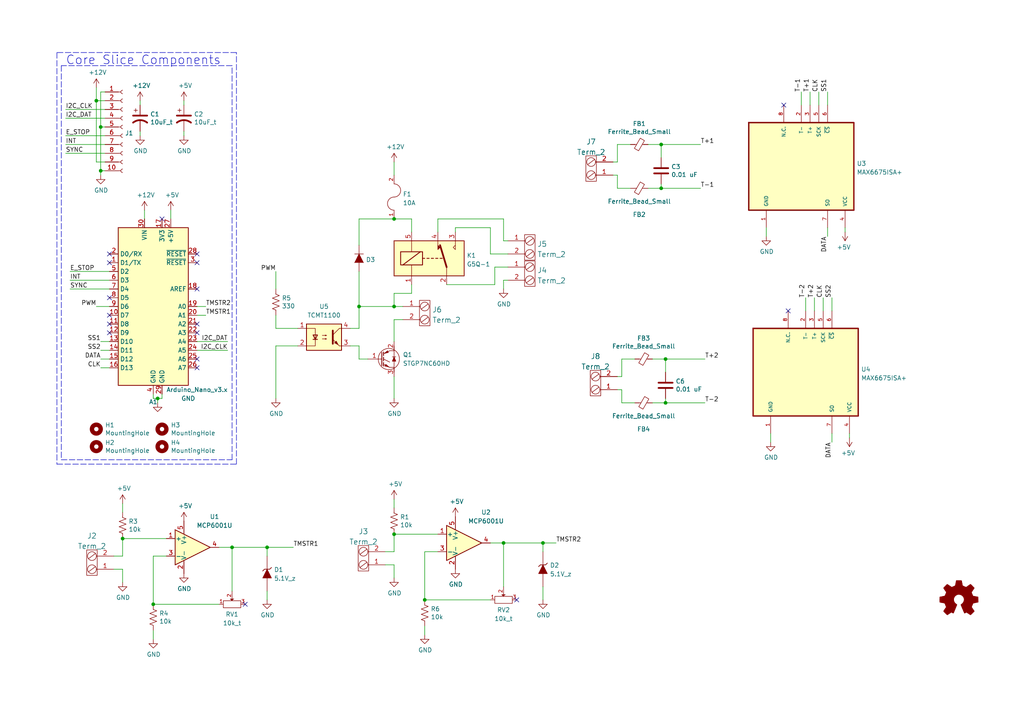
<source format=kicad_sch>
(kicad_sch (version 20211123) (generator eeschema)
  (paper "A4")
  (lib_symbols
    (symbol "Amplifier_Operational:MCP6001U" (pin_names (offset 0.127))
      (property "Reference" "U" (at 0 5.08 0))
      (property "Value" "MCP6001U" (at 0 -5.08 0))
      (symbol "MCP6001U_0_1"
        (pin power_in line (at -2.54 -7.62 90) (length 3.81) (name "V-") (number "2"))
        (pin power_in line (at -2.54 7.62 270) (length 3.81) (name "V+") (number "5"))
      )
      (symbol "MCP6001U_1_1"
        (pin input line (at -7.62 2.54 0) (length 2.54) (name "+") (number "1"))
        (pin input line (at -7.62 -2.54 0) (length 2.54) (name "-") (number "3"))
        (pin output line (at 7.62 0 180) (length 2.54) (name "~") (number "4"))
      )
    )
    (symbol "BREAD_Slice-rescue:10uF_t-OCI_UPL_2_Capacitors" (pin_numbers hide) (pin_names (offset 0.254) hide)
      (property "Reference" "C" (at 0.635 2.54 0))
      (property "Value" "10uF_t-OCI_UPL_2_Capacitors" (at 0.635 -2.54 0))
      (symbol "10uF_t-OCI_UPL_2_Capacitors_1_1"
        (pin passive line (at 0 3.81 270) (length 2.794) (name "~") (number "1"))
        (pin passive line (at 0 -3.81 90) (length 3.302) (name "~") (number "2"))
      )
    )
    (symbol "Connector:Conn_01x10_Female" (pin_names (offset 1.016) hide)
      (property "Reference" "J" (at 0 12.7 0))
      (property "Value" "Conn_01x10_Female" (at 0 -15.24 0))
      (symbol "Conn_01x10_Female_1_1"
        (pin passive line (at -5.08 10.16 0) (length 3.81) (name "Pin_1") (number "1"))
        (pin passive line (at -5.08 -12.7 0) (length 3.81) (name "Pin_10") (number "10"))
        (pin passive line (at -5.08 7.62 0) (length 3.81) (name "Pin_2") (number "2"))
        (pin passive line (at -5.08 5.08 0) (length 3.81) (name "Pin_3") (number "3"))
        (pin passive line (at -5.08 2.54 0) (length 3.81) (name "Pin_4") (number "4"))
        (pin passive line (at -5.08 0 0) (length 3.81) (name "Pin_5") (number "5"))
        (pin passive line (at -5.08 -2.54 0) (length 3.81) (name "Pin_6") (number "6"))
        (pin passive line (at -5.08 -5.08 0) (length 3.81) (name "Pin_7") (number "7"))
        (pin passive line (at -5.08 -7.62 0) (length 3.81) (name "Pin_8") (number "8"))
        (pin passive line (at -5.08 -10.16 0) (length 3.81) (name "Pin_9") (number "9"))
      )
    )
    (symbol "Device:C" (pin_numbers hide) (pin_names (offset 0.254))
      (property "Reference" "C" (at 0.635 2.54 0))
      (property "Value" "C" (at 0.635 -2.54 0))
      (symbol "C_1_1"
        (pin passive line (at 0 3.81 270) (length 2.794) (name "~") (number "1"))
        (pin passive line (at 0 -3.81 90) (length 2.794) (name "~") (number "2"))
      )
    )
    (symbol "Device:Ferrite_Bead_Small" (pin_numbers hide) (pin_names (offset 0))
      (property "Reference" "FB" (at 1.905 1.27 0))
      (property "Value" "Device_Ferrite_Bead_Small" (at 1.905 -1.27 0))
      (symbol "Ferrite_Bead_Small_1_1"
        (pin passive line (at 0 2.54 270) (length 1.27) (name "~") (number "1"))
        (pin passive line (at 0 -2.54 90) (length 1.27) (name "~") (number "2"))
      )
    )
    (symbol "Device:R_US" (pin_numbers hide) (pin_names (offset 0))
      (property "Reference" "R" (at 2.54 0 90))
      (property "Value" "R_US" (at -2.54 0 90))
      (symbol "R_US_1_1"
        (pin passive line (at 0 3.81 270) (length 1.27) (name "~") (number "1"))
        (pin passive line (at 0 -3.81 90) (length 1.27) (name "~") (number "2"))
      )
    )
    (symbol "Graphic:Logo_Open_Hardware_Small" (pin_names (offset 1.016)))
    (symbol "Isolator:TCMT1100" (pin_names (offset 1.016))
      (property "Reference" "U" (at 0 5.08 0))
      (property "Value" "TCMT1100" (at 0 -5.08 0))
      (symbol "TCMT1100_1_1"
        (pin passive line (at -7.62 2.54 0) (length 2.54) (name "~") (number "1"))
        (pin passive line (at -7.62 -2.54 0) (length 2.54) (name "~") (number "2"))
        (pin passive line (at 7.62 -2.54 180) (length 2.54) (name "~") (number "3"))
        (pin passive line (at 7.62 2.54 180) (length 2.54) (name "~") (number "4"))
      )
    )
    (symbol "MAX6675ISA_:MAX6675ISA+" (pin_names (offset 1.016))
      (property "Reference" "U" (at -12.7 16.2306 0))
      (property "Value" "MAX6675ISA+" (at -12.7 -19.2278 0))
      (symbol "MAX6675ISA+_0_0"
        (pin power_in line (at 17.78 -10.16 180) (length 5.08) (name "GND") (number "1"))
        (pin input line (at -17.78 0 0) (length 5.08) (name "T-") (number "2"))
        (pin input line (at -17.78 2.54 0) (length 5.08) (name "T+") (number "3"))
        (pin power_in line (at 17.78 12.7 180) (length 5.08) (name "VCC") (number "4"))
        (pin input line (at -17.78 5.08 0) (length 5.08) (name "SCK") (number "5"))
        (pin input line (at -17.78 7.62 0) (length 5.08) (name "~{CS}") (number "6"))
        (pin output line (at 17.78 7.62 180) (length 5.08) (name "SO") (number "7"))
        (pin bidirectional line (at -17.78 -5.08 0) (length 5.08) (name "N.C.") (number "8"))
      )
    )
    (symbol "MCU_Module:Arduino_Nano_v3.x"
      (property "Reference" "A" (at -10.16 23.495 0))
      (property "Value" "Arduino_Nano_v3.x" (at 5.08 -24.13 0))
      (symbol "Arduino_Nano_v3.x_1_1"
        (pin bidirectional line (at -12.7 12.7 0) (length 2.54) (name "D1/TX") (number "1"))
        (pin bidirectional line (at -12.7 -2.54 0) (length 2.54) (name "D7") (number "10"))
        (pin bidirectional line (at -12.7 -5.08 0) (length 2.54) (name "D8") (number "11"))
        (pin bidirectional line (at -12.7 -7.62 0) (length 2.54) (name "D9") (number "12"))
        (pin bidirectional line (at -12.7 -10.16 0) (length 2.54) (name "D10") (number "13"))
        (pin bidirectional line (at -12.7 -12.7 0) (length 2.54) (name "D11") (number "14"))
        (pin bidirectional line (at -12.7 -15.24 0) (length 2.54) (name "D12") (number "15"))
        (pin bidirectional line (at -12.7 -17.78 0) (length 2.54) (name "D13") (number "16"))
        (pin power_out line (at 2.54 25.4 270) (length 2.54) (name "3V3") (number "17"))
        (pin input line (at 12.7 5.08 180) (length 2.54) (name "AREF") (number "18"))
        (pin bidirectional line (at 12.7 0 180) (length 2.54) (name "A0") (number "19"))
        (pin bidirectional line (at -12.7 15.24 0) (length 2.54) (name "D0/RX") (number "2"))
        (pin bidirectional line (at 12.7 -2.54 180) (length 2.54) (name "A1") (number "20"))
        (pin bidirectional line (at 12.7 -5.08 180) (length 2.54) (name "A2") (number "21"))
        (pin bidirectional line (at 12.7 -7.62 180) (length 2.54) (name "A3") (number "22"))
        (pin bidirectional line (at 12.7 -10.16 180) (length 2.54) (name "A4") (number "23"))
        (pin bidirectional line (at 12.7 -12.7 180) (length 2.54) (name "A5") (number "24"))
        (pin bidirectional line (at 12.7 -15.24 180) (length 2.54) (name "A6") (number "25"))
        (pin bidirectional line (at 12.7 -17.78 180) (length 2.54) (name "A7") (number "26"))
        (pin power_out line (at 5.08 25.4 270) (length 2.54) (name "+5V") (number "27"))
        (pin input line (at 12.7 15.24 180) (length 2.54) (name "~{RESET}") (number "28"))
        (pin power_in line (at 2.54 -25.4 90) (length 2.54) (name "GND") (number "29"))
        (pin input line (at 12.7 12.7 180) (length 2.54) (name "~{RESET}") (number "3"))
        (pin power_in line (at -2.54 25.4 270) (length 2.54) (name "VIN") (number "30"))
        (pin power_in line (at 0 -25.4 90) (length 2.54) (name "GND") (number "4"))
        (pin bidirectional line (at -12.7 10.16 0) (length 2.54) (name "D2") (number "5"))
        (pin bidirectional line (at -12.7 7.62 0) (length 2.54) (name "D3") (number "6"))
        (pin bidirectional line (at -12.7 5.08 0) (length 2.54) (name "D4") (number "7"))
        (pin bidirectional line (at -12.7 2.54 0) (length 2.54) (name "D5") (number "8"))
        (pin bidirectional line (at -12.7 0 0) (length 2.54) (name "D6") (number "9"))
      )
    )
    (symbol "Mechanical:MountingHole" (pin_names (offset 1.016))
      (property "Reference" "H" (at 0 5.08 0))
      (property "Value" "MountingHole" (at 0 3.175 0))
    )
    (symbol "OCI_UPL_10_Connectors:Term_2" (pin_names (offset 1.016))
      (property "Reference" "J" (at 3.81 1.27 0))
      (property "Value" "Term_2" (at 6.35 3.81 0))
      (symbol "Term_2_1_1"
        (pin input line (at -6.35 3.81 0) (length 5.08) (name "~") (number "1"))
        (pin input line (at -6.35 0 0) (length 5.08) (name "~") (number "2"))
      )
    )
    (symbol "OCI_UPL_11_Mechanical:FUSE_Blade" (pin_names (offset 0.254))
      (property "Reference" "F" (at 2.54 1.27 0))
      (property "Value" "FUSE_Blade" (at 0 -3.81 0))
      (symbol "FUSE_Blade_1_1"
        (pin input line (at -6.35 0 0) (length 2.54) (name "~") (number "1"))
        (pin input line (at 6.35 0 180) (length 2.54) (name "~") (number "2"))
      )
    )
    (symbol "OCI_UPL_1_Resistors:10k_t" (pin_names (offset 1.016) hide)
      (property "Reference" "RV" (at 0 -2.032 0))
      (property "Value" "10k_t" (at 0 0 0))
      (symbol "10k_t_1_1"
        (pin passive line (at -3.81 0 0) (length 1.27) (name "1") (number "1"))
        (pin passive line (at 0 3.81 270) (length 2.54) (name "2") (number "2"))
        (pin passive line (at 3.81 0 180) (length 1.27) (name "3") (number "3"))
      )
    )
    (symbol "OCI_UPL_4_Semiconductors:5.1V_z" (pin_numbers hide) (pin_names (offset 1.016) hide)
      (property "Reference" "D" (at 0 2.54 0))
      (property "Value" "5.1V_z" (at 0 -2.54 0))
      (symbol "5.1V_z_1_1"
        (pin passive line (at -5.08 0 0) (length 3.81) (name "K") (number "1"))
        (pin passive line (at 5.08 0 180) (length 3.81) (name "A") (number "2"))
      )
    )
    (symbol "OCI_UPL_4_Semiconductors:General_Purpose_Diode" (pin_numbers hide) (pin_names (offset 1.016) hide)
      (property "Reference" "D" (at 0 2.54 0))
      (symbol "General_Purpose_Diode_1_1"
        (pin passive line (at -3.81 0 0) (length 2.54) (name "K") (number "1"))
        (pin passive line (at 3.81 0 180) (length 2.54) (name "A") (number "2"))
      )
    )
    (symbol "Relay:G5Q-1"
      (property "Reference" "K" (at 11.43 3.81 0))
      (property "Value" "G5Q-1" (at 11.43 1.27 0))
      (symbol "G5Q-1_1_1"
        (pin passive line (at -5.08 -7.62 90) (length 2.54) (name "~") (number "1"))
        (pin passive line (at 5.08 -7.62 90) (length 2.54) (name "~") (number "2"))
        (pin passive line (at 7.62 7.62 270) (length 2.54) (name "~") (number "3"))
        (pin passive line (at 2.54 7.62 270) (length 2.54) (name "~") (number "4"))
        (pin passive line (at -5.08 7.62 270) (length 2.54) (name "~") (number "5"))
      )
    )
    (symbol "Transistor_IGBT:STGP7NC60HD" (pin_names (offset 0) hide)
      (property "Reference" "Q" (at 6.35 1.905 0))
      (property "Value" "STGP7NC60HD" (at 6.35 0 0))
      (symbol "STGP7NC60HD_1_1"
        (pin input line (at -5.08 0 0) (length 3.81) (name "G") (number "1"))
        (pin passive line (at 2.54 5.08 270) (length 2.54) (name "C") (number "2"))
        (pin passive line (at 2.54 -5.08 90) (length 2.54) (name "E") (number "3"))
      )
    )
    (symbol "power:+12V" (power) (pin_names (offset 0))
      (property "Value" "+12V" (at 0 3.556 0))
      (symbol "+12V_1_1"
        (pin power_in line (at 0 0 90) (length 0) hide (name "+12V") (number "1"))
      )
    )
    (symbol "power:+5V" (power) (pin_names (offset 0))
      (property "Value" "+5V" (at 0 3.556 0))
      (symbol "+5V_1_1"
        (pin power_in line (at 0 0 90) (length 0) hide (name "+5V") (number "1"))
      )
    )
    (symbol "power:GND" (power) (pin_names (offset 0))
      (property "Value" "GND" (at 0 -3.81 0))
      (symbol "GND_1_1"
        (pin power_in line (at 0 0 270) (length 0) hide (name "GND") (number "1"))
      )
    )
  )
  (junction (at 123.19 173.99))
  (junction (at 29.21 49.53))
  (junction (at 114.3 88.9))
  (junction (at 35.56 156.21))
  (junction (at 114.3 63.5))
  (junction (at 191.77 54.61))
  (junction (at 27.94 29.21))
  (junction (at 114.3 154.94))
  (junction (at 45.72 115.57))
  (junction (at 29.21 36.83))
  (junction (at 67.31 158.75))
  (junction (at 193.04 116.84))
  (junction (at 157.48 157.48))
  (junction (at 191.77 41.91))
  (junction (at 77.47 158.75))
  (junction (at 146.05 157.48))
  (junction (at 104.14 88.9))
  (junction (at 193.04 104.14))
  (junction (at 44.45 175.26))
  (no_connect (at 57.15 96.52))
  (no_connect (at 31.75 86.36))
  (no_connect (at 57.15 83.82))
  (no_connect (at 31.75 76.2))
  (no_connect (at 149.86 173.99))
  (no_connect (at 228.6 90.17))
  (no_connect (at 31.75 91.44))
  (no_connect (at 31.75 96.52))
  (no_connect (at 71.12 175.26))
  (no_connect (at 31.75 73.66))
  (no_connect (at 46.99 63.5))
  (no_connect (at 31.75 93.98))
  (no_connect (at 57.15 93.98))
  (no_connect (at 57.15 106.68))
  (no_connect (at 57.15 104.14))
  (no_connect (at 57.15 73.66))
  (no_connect (at 57.15 76.2))
  (no_connect (at 227.33 30.48))
  (wire (pts (xy 119.38 82.55) (xy 119.38 85.09)))
  (wire (pts (xy 46.99 115.57) (xy 46.99 114.3)))
  (wire (pts (xy 29.21 106.68) (xy 31.75 106.68)))
  (wire (pts (xy 180.34 113.03) (xy 180.34 116.84)))
  (wire (pts (xy 29.21 101.6) (xy 31.75 101.6)))
  (wire (pts (xy 77.47 171.45) (xy 77.47 173.99)))
  (wire (pts (xy 123.19 173.99) (xy 142.24 173.99)))
  (wire (pts (xy 114.3 85.09) (xy 114.3 88.9)))
  (wire (pts (xy 127 63.5) (xy 146.05 63.5)))
  (wire (pts (xy 142.24 66.04) (xy 142.24 73.66)))
  (wire (pts (xy 114.3 154.94) (xy 127 154.94)))
  (wire (pts (xy 146.05 157.48) (xy 157.48 157.48)))
  (wire (pts (xy 142.24 157.48) (xy 146.05 157.48)))
  (wire (pts (xy 40.64 39.37) (xy 40.64 38.1)))
  (wire (pts (xy 63.5 158.75) (xy 67.31 158.75)))
  (wire (pts (xy 104.14 63.5) (xy 104.14 71.12)))
  (wire (pts (xy 35.56 156.21) (xy 35.56 161.29)))
  (wire (pts (xy 104.14 95.25) (xy 104.14 88.9)))
  (wire (pts (xy 45.72 115.57) (xy 46.99 115.57)))
  (polyline (pts (xy 67.31 133.35) (xy 67.31 19.05)))
  (wire (pts (xy 157.48 170.18) (xy 157.48 173.99)))
  (wire (pts (xy 119.38 67.31) (xy 119.38 63.5)))
  (wire (pts (xy 157.48 157.48) (xy 157.48 160.02)))
  (wire (pts (xy 179.07 46.99) (xy 179.07 41.91)))
  (wire (pts (xy 114.3 63.5) (xy 119.38 63.5)))
  (wire (pts (xy 234.95 26.67) (xy 234.95 30.48)))
  (wire (pts (xy 80.01 100.33) (xy 80.01 115.57)))
  (wire (pts (xy 19.05 41.91) (xy 30.48 41.91)))
  (wire (pts (xy 146.05 63.5) (xy 146.05 69.85)))
  (wire (pts (xy 114.3 88.9) (xy 116.84 88.9)))
  (wire (pts (xy 142.24 73.66) (xy 147.32 73.66)))
  (wire (pts (xy 27.94 29.21) (xy 30.48 29.21)))
  (wire (pts (xy 146.05 69.85) (xy 147.32 69.85)))
  (wire (pts (xy 119.38 85.09) (xy 114.3 85.09)))
  (wire (pts (xy 111.76 163.83) (xy 114.3 163.83)))
  (wire (pts (xy 101.6 100.33) (xy 104.14 100.33)))
  (wire (pts (xy 44.45 182.88) (xy 44.45 185.42)))
  (polyline (pts (xy 16.51 134.62) (xy 68.58 134.62)))
  (wire (pts (xy 77.47 158.75) (xy 77.47 161.29)))
  (wire (pts (xy 180.34 109.22) (xy 180.34 104.14)))
  (wire (pts (xy 146.05 81.28) (xy 146.05 83.82)))
  (wire (pts (xy 236.22 86.36) (xy 236.22 90.17)))
  (polyline (pts (xy 17.78 19.05) (xy 17.78 133.35)))
  (wire (pts (xy 86.36 95.25) (xy 80.01 95.25)))
  (wire (pts (xy 127 67.31) (xy 127 63.5)))
  (wire (pts (xy 193.04 104.14) (xy 204.47 104.14)))
  (wire (pts (xy 179.07 109.22) (xy 180.34 109.22)))
  (wire (pts (xy 240.03 26.67) (xy 240.03 30.48)))
  (wire (pts (xy 123.19 181.61) (xy 123.19 184.15)))
  (wire (pts (xy 27.94 25.4) (xy 27.94 29.21)))
  (wire (pts (xy 179.07 41.91) (xy 182.88 41.91)))
  (wire (pts (xy 48.26 161.29) (xy 44.45 161.29)))
  (wire (pts (xy 29.21 49.53) (xy 29.21 36.83)))
  (wire (pts (xy 187.96 41.91) (xy 191.77 41.91)))
  (wire (pts (xy 187.96 54.61) (xy 191.77 54.61)))
  (wire (pts (xy 29.21 99.06) (xy 31.75 99.06)))
  (wire (pts (xy 35.56 165.1) (xy 35.56 168.91)))
  (wire (pts (xy 30.48 39.37) (xy 19.05 39.37)))
  (wire (pts (xy 147.32 81.28) (xy 146.05 81.28)))
  (wire (pts (xy 232.41 26.67) (xy 232.41 30.48)))
  (wire (pts (xy 104.14 104.14) (xy 106.68 104.14)))
  (wire (pts (xy 53.34 30.48) (xy 53.34 29.21)))
  (polyline (pts (xy 67.31 19.05) (xy 17.78 19.05)))
  (wire (pts (xy 222.25 66.04) (xy 222.25 68.58)))
  (wire (pts (xy 44.45 161.29) (xy 44.45 175.26)))
  (wire (pts (xy 157.48 157.48) (xy 161.29 157.48)))
  (wire (pts (xy 30.48 46.99) (xy 27.94 46.99)))
  (wire (pts (xy 19.05 44.45) (xy 30.48 44.45)))
  (wire (pts (xy 177.8 46.99) (xy 179.07 46.99)))
  (wire (pts (xy 57.15 88.9) (xy 59.69 88.9)))
  (wire (pts (xy 114.3 46.99) (xy 114.3 50.8)))
  (wire (pts (xy 114.3 92.71) (xy 116.84 92.71)))
  (wire (pts (xy 143.51 82.55) (xy 143.51 77.47)))
  (wire (pts (xy 129.54 82.55) (xy 143.51 82.55)))
  (wire (pts (xy 33.02 161.29) (xy 35.56 161.29)))
  (wire (pts (xy 30.48 31.75) (xy 19.05 31.75)))
  (wire (pts (xy 20.32 83.82) (xy 31.75 83.82)))
  (wire (pts (xy 177.8 50.8) (xy 179.07 50.8)))
  (polyline (pts (xy 68.58 15.24) (xy 16.51 15.24)))
  (wire (pts (xy 193.04 116.84) (xy 204.47 116.84)))
  (wire (pts (xy 233.68 86.36) (xy 233.68 90.17)))
  (wire (pts (xy 238.76 86.36) (xy 238.76 90.17)))
  (wire (pts (xy 80.01 78.74) (xy 80.01 83.82)))
  (wire (pts (xy 114.3 109.22) (xy 114.3 115.57)))
  (wire (pts (xy 19.05 34.29) (xy 30.48 34.29)))
  (wire (pts (xy 114.3 163.83) (xy 114.3 167.64)))
  (wire (pts (xy 49.53 60.96) (xy 49.53 63.5)))
  (wire (pts (xy 146.05 157.48) (xy 146.05 170.18)))
  (wire (pts (xy 44.45 114.3) (xy 44.45 115.57)))
  (wire (pts (xy 191.77 41.91) (xy 191.77 45.72)))
  (wire (pts (xy 104.14 100.33) (xy 104.14 104.14)))
  (polyline (pts (xy 16.51 15.24) (xy 16.51 134.62)))
  (wire (pts (xy 35.56 146.05) (xy 35.56 148.59)))
  (wire (pts (xy 104.14 88.9) (xy 114.3 88.9)))
  (wire (pts (xy 191.77 54.61) (xy 203.2 54.61)))
  (wire (pts (xy 123.19 160.02) (xy 123.19 173.99)))
  (wire (pts (xy 29.21 26.67) (xy 30.48 26.67)))
  (wire (pts (xy 245.11 66.04) (xy 245.11 67.31)))
  (wire (pts (xy 40.64 30.48) (xy 40.64 29.21)))
  (wire (pts (xy 101.6 95.25) (xy 104.14 95.25)))
  (wire (pts (xy 193.04 104.14) (xy 193.04 107.95)))
  (wire (pts (xy 179.07 50.8) (xy 179.07 54.61)))
  (wire (pts (xy 114.3 63.5) (xy 104.14 63.5)))
  (wire (pts (xy 191.77 41.91) (xy 203.2 41.91)))
  (wire (pts (xy 77.47 158.75) (xy 85.09 158.75)))
  (wire (pts (xy 80.01 95.25) (xy 80.01 91.44)))
  (wire (pts (xy 33.02 165.1) (xy 35.56 165.1)))
  (wire (pts (xy 241.3 125.73) (xy 241.3 128.27)))
  (wire (pts (xy 30.48 36.83) (xy 29.21 36.83)))
  (wire (pts (xy 44.45 115.57) (xy 45.72 115.57)))
  (wire (pts (xy 114.3 92.71) (xy 114.3 99.06)))
  (wire (pts (xy 111.76 160.02) (xy 114.3 160.02)))
  (wire (pts (xy 45.72 115.57) (xy 45.72 116.84)))
  (wire (pts (xy 31.75 78.74) (xy 20.32 78.74)))
  (wire (pts (xy 29.21 104.14) (xy 31.75 104.14)))
  (wire (pts (xy 193.04 116.84) (xy 193.04 115.57)))
  (wire (pts (xy 35.56 156.21) (xy 48.26 156.21)))
  (wire (pts (xy 53.34 39.37) (xy 53.34 38.1)))
  (wire (pts (xy 27.94 46.99) (xy 27.94 29.21)))
  (wire (pts (xy 29.21 50.8) (xy 29.21 49.53)))
  (wire (pts (xy 67.31 158.75) (xy 77.47 158.75)))
  (wire (pts (xy 189.23 104.14) (xy 193.04 104.14)))
  (wire (pts (xy 114.3 154.94) (xy 114.3 160.02)))
  (wire (pts (xy 191.77 54.61) (xy 191.77 53.34)))
  (wire (pts (xy 20.32 81.28) (xy 31.75 81.28)))
  (wire (pts (xy 57.15 101.6) (xy 66.04 101.6)))
  (wire (pts (xy 180.34 116.84) (xy 184.15 116.84)))
  (wire (pts (xy 67.31 158.75) (xy 67.31 171.45)))
  (wire (pts (xy 241.3 86.36) (xy 241.3 90.17)))
  (wire (pts (xy 237.49 26.67) (xy 237.49 30.48)))
  (wire (pts (xy 127 160.02) (xy 123.19 160.02)))
  (wire (pts (xy 80.01 100.33) (xy 86.36 100.33)))
  (wire (pts (xy 179.07 54.61) (xy 182.88 54.61)))
  (wire (pts (xy 29.21 36.83) (xy 29.21 26.67)))
  (wire (pts (xy 41.91 60.96) (xy 41.91 63.5)))
  (wire (pts (xy 27.94 88.9) (xy 31.75 88.9)))
  (wire (pts (xy 132.08 67.31) (xy 132.08 66.04)))
  (wire (pts (xy 57.15 91.44) (xy 59.69 91.44)))
  (wire (pts (xy 66.04 99.06) (xy 57.15 99.06)))
  (wire (pts (xy 240.03 66.04) (xy 240.03 68.58)))
  (polyline (pts (xy 17.78 133.35) (xy 67.31 133.35)))
  (wire (pts (xy 132.08 66.04) (xy 142.24 66.04)))
  (wire (pts (xy 44.45 175.26) (xy 63.5 175.26)))
  (wire (pts (xy 30.48 49.53) (xy 29.21 49.53)))
  (wire (pts (xy 180.34 104.14) (xy 184.15 104.14)))
  (wire (pts (xy 104.14 78.74) (xy 104.14 88.9)))
  (wire (pts (xy 189.23 116.84) (xy 193.04 116.84)))
  (wire (pts (xy 223.52 125.73) (xy 223.52 128.27)))
  (polyline (pts (xy 68.58 134.62) (xy 68.58 15.24)))
  (wire (pts (xy 143.51 77.47) (xy 147.32 77.47)))
  (wire (pts (xy 179.07 113.03) (xy 180.34 113.03)))
  (wire (pts (xy 114.3 144.78) (xy 114.3 147.32)))
  (wire (pts (xy 246.38 125.73) (xy 246.38 127)))
  (text "Core Slice Components" (at 19.05 19.05 0) (effects (font (size 2.54 2.54)) (justify left bottom)))
  (label "T+2" (at 236.22 86.36 90))
  (label "CLK" (at 237.49 26.67 90))
  (label "T-2" (at 204.47 116.84 0))
  (label "I2C_CLK" (at 19.05 31.75 0))
  (label "I2C_DAT" (at 19.05 34.29 0))
  (label "E_STOP" (at 20.32 78.74 0))
  (label "E_STOP" (at 19.05 39.37 0))
  (label "CLK" (at 29.21 106.68 180))
  (label "SS2" (at 29.21 101.6 180))
  (label "PWM" (at 80.01 78.74 180))
  (label "DATA" (at 240.03 68.58 270))
  (label "DATA" (at 241.3 128.27 270))
  (label "T-1" (at 203.2 54.61 0))
  (label "INT" (at 20.32 81.28 0))
  (label "PWM" (at 27.94 88.9 180))
  (label "SS1" (at 240.03 26.67 90))
  (label "T-2" (at 233.68 86.36 90))
  (label "TMSTR1" (at 85.09 158.75 0))
  (label "T+1" (at 203.2 41.91 0))
  (label "T+2" (at 204.47 104.14 0))
  (label "SYNC" (at 20.32 83.82 0))
  (label "T-1" (at 232.41 26.67 90))
  (label "CLK" (at 238.76 86.36 90))
  (label "SYNC" (at 19.05 44.45 0))
  (label "DATA" (at 29.21 104.14 180))
  (label "SS1" (at 29.21 99.06 180))
  (label "SS2" (at 241.3 86.36 90))
  (label "TMSTR1" (at 59.69 91.44 0))
  (label "I2C_DAT" (at 66.04 99.06 180))
  (label "INT" (at 19.05 41.91 0))
  (label "T+1" (at 234.95 26.67 90))
  (label "I2C_CLK" (at 66.04 101.6 180))
  (label "TMSTR2" (at 161.29 157.48 0))
  (label "TMSTR2" (at 59.69 88.9 0))
  (symbol (lib_id "power:GND") (at 45.72 116.84 0) (unit 1)
    (property "Reference" "#PWR06" (effects hide))
    (property "Value" "GND" (at 54.61 115.57 0))
  )
  (symbol (lib_id "power:+5V") (at 49.53 60.96 0) (unit 1)
    (property "Reference" "#PWR07" (effects hide))
    (property "Value" "+5V" (at 49.911 56.5658 0))
  )
  (symbol (lib_id "power:+12V") (at 41.91 60.96 0) (unit 1)
    (property "Reference" "#PWR05" (effects hide))
    (property "Value" "+12V" (at 42.291 56.5658 0))
  )
  (symbol (lib_id "BREAD_Slice-rescue:10uF_t-OCI_UPL_2_Capacitors") (at 40.64 34.29 0) (unit 1)
    (property "Reference" "C1" (at 43.561 33.1216 0) (effects (justify left)))
    (property "Value" "10uF_t" (at 43.561 35.433 0) (effects (justify left)))
    (property "Footprint" "OCI:C_1206_HandSoldering" (effects hide))
    (property "Datasheet" "https://www.digikey.com/short/qcd8n7" (effects hide))
    (property "Part #" "T491C106K025AT" (effects hide))
    (property "UPL #" "2.021" (effects hide))
  )
  (symbol (lib_id "power:GND") (at 40.64 39.37 0) (unit 1)
    (property "Reference" "#PWR04" (effects hide))
    (property "Value" "GND" (at 40.767 43.7642 0))
  )
  (symbol (lib_id "Mechanical:MountingHole") (at 27.94 124.46 0) (unit 1)
    (property "Reference" "H1" (at 30.48 123.2916 0) (effects (justify left)))
    (property "Value" "MountingHole" (at 30.48 125.603 0) (effects (justify left)))
    (property "Footprint" "MountingHole:MountingHole_3.2mm_M3_DIN965_Pad" (effects hide))
  )
  (symbol (lib_id "Mechanical:MountingHole") (at 46.99 124.46 0) (unit 1)
    (property "Reference" "H3" (at 49.53 123.2916 0) (effects (justify left)))
    (property "Value" "MountingHole" (at 49.53 125.603 0) (effects (justify left)))
    (property "Footprint" "MountingHole:MountingHole_3.2mm_M3_DIN965_Pad" (effects hide))
  )
  (symbol (lib_id "Mechanical:MountingHole") (at 27.94 129.54 0) (unit 1)
    (property "Reference" "H2" (at 30.48 128.3716 0) (effects (justify left)))
    (property "Value" "MountingHole" (at 30.48 130.683 0) (effects (justify left)))
    (property "Footprint" "MountingHole:MountingHole_3.2mm_M3_DIN965_Pad" (effects hide))
  )
  (symbol (lib_id "Mechanical:MountingHole") (at 46.99 129.54 0) (unit 1)
    (property "Reference" "H4" (at 49.53 128.3716 0) (effects (justify left)))
    (property "Value" "MountingHole" (at 49.53 130.683 0) (effects (justify left)))
    (property "Footprint" "MountingHole:MountingHole_3.2mm_M3_DIN965_Pad" (effects hide))
  )
  (symbol (lib_id "MCU_Module:Arduino_Nano_v3.x") (at 44.45 88.9 0) (unit 1)
    (property "Reference" "A1" (at 44.45 116.5606 0))
    (property "Value" "Arduino_Nano_v3.x" (at 57.15 113.03 0))
    (property "Footprint" "Module:Arduino_Nano" (effects hide))
    (property "Datasheet" "http://www.mouser.com/pdfdocs/Gravitech_Arduino_Nano3_0.pdf" (effects hide))
  )
  (symbol (lib_id "Graphic:Logo_Open_Hardware_Small") (at 278.13 173.99 0) (unit 1)
    (property "Reference" "Logo1" (effects hide))
    (property "Value" "Logo_Open_Hardware_Small" (effects hide))
    (property "Footprint" "Symbol:OSHW-Symbol_6.7x6mm_SilkScreen" (effects hide))
  )
  (symbol (lib_id "Connector:Conn_01x10_Female") (at 35.56 36.83 0) (unit 1)
    (property "Reference" "J1" (at 36.2712 38.608 0) (effects (justify left)))
    (property "Value" "Conn_01x10_Female" (effects hide))
    (property "Footprint" "Connector_PinSocket_2.54mm:PinSocket_1x10_P2.54mm_Horizontal" (effects hide))
  )
  (symbol (lib_id "power:+12V") (at 27.94 25.4 0) (unit 1)
    (property "Reference" "#PWR01" (effects hide))
    (property "Value" "+12V" (at 28.321 21.0058 0))
  )
  (symbol (lib_id "power:GND") (at 29.21 50.8 0) (unit 1)
    (property "Reference" "#PWR02" (effects hide))
    (property "Value" "GND" (at 29.337 55.1942 0))
  )
  (symbol (lib_id "power:+12V") (at 40.64 29.21 0) (unit 1)
    (property "Reference" "#PWR03" (effects hide))
    (property "Value" "+12V" (at 41.021 24.8158 0))
  )
  (symbol (lib_id "BREAD_Slice-rescue:10uF_t-OCI_UPL_2_Capacitors") (at 53.34 34.29 0) (unit 1)
    (property "Reference" "C2" (at 56.261 33.1216 0) (effects (justify left)))
    (property "Value" "10uF_t" (at 56.261 35.433 0) (effects (justify left)))
    (property "Footprint" "OCI:C_1206_HandSoldering" (effects hide))
    (property "Datasheet" "https://www.digikey.com/short/qcd8n7" (effects hide))
    (property "Part #" "T491C106K025AT" (effects hide))
    (property "UPL #" "2.021" (effects hide))
  )
  (symbol (lib_id "power:GND") (at 53.34 39.37 0) (unit 1)
    (property "Reference" "#PWR09" (effects hide))
    (property "Value" "GND" (at 53.467 43.7642 0))
  )
  (symbol (lib_id "power:+5V") (at 53.34 29.21 0) (unit 1)
    (property "Reference" "#PWR08" (effects hide))
    (property "Value" "+5V" (at 53.721 24.8158 0))
  )
  (symbol (lib_id "power:GND") (at 114.3 115.57 0) (unit 1)
    (property "Reference" "#PWR0102" (effects hide))
    (property "Value" "GND" (at 114.427 119.9642 0))
  )
  (symbol (lib_id "Device:Ferrite_Bead_Small") (at 185.42 41.91 270) (unit 1)
    (property "Reference" "FB1" (at 185.42 35.8902 90))
    (property "Value" "Ferrite_Bead_Small" (at 185.42 38.2016 90))
    (property "Footprint" "OCI:R_1206_HandSoldering" (effects hide))
  )
  (symbol (lib_id "Device:Ferrite_Bead_Small") (at 185.42 54.61 270) (unit 1)
    (property "Reference" "FB2" (at 185.42 62.23 90))
    (property "Value" "Ferrite_Bead_Small" (at 185.42 58.42 90))
    (property "Footprint" "OCI:R_1206_HandSoldering" (effects hide))
  )
  (symbol (lib_id "Device:C") (at 191.77 49.53 0) (unit 1)
    (property "Reference" "C3" (at 194.691 48.3616 0) (effects (justify left)))
    (property "Value" "0.01 uF" (at 194.691 50.673 0) (effects (justify left)))
    (property "Footprint" "OCI:C_1206_HandSoldering" (effects hide))
  )
  (symbol (lib_id "power:GND") (at 222.25 68.58 0) (unit 1)
    (property "Reference" "#PWR0105" (effects hide))
    (property "Value" "GND" (at 222.377 72.9742 0))
  )
  (symbol (lib_id "Device:R_US") (at 114.3 151.13 0) (unit 1)
    (property "Reference" "R1" (at 116.0272 149.9616 0) (effects (justify left)))
    (property "Value" "10k" (at 116.0272 152.273 0) (effects (justify left)))
    (property "Footprint" "OCI:R_1206_HandSoldering" (effects hide))
  )
  (symbol (lib_id "power:GND") (at 114.3 167.64 0) (unit 1)
    (property "Reference" "#PWR0107" (effects hide))
    (property "Value" "GND" (at 114.427 172.0342 0))
  )
  (symbol (lib_id "power:+5V") (at 114.3 144.78 0) (unit 1)
    (property "Reference" "#PWR0108" (effects hide))
    (property "Value" "+5V" (at 114.681 140.3858 0))
  )
  (symbol (lib_id "power:GND") (at 44.45 185.42 0) (unit 1)
    (property "Reference" "#PWR012" (effects hide))
    (property "Value" "GND" (at 44.577 189.8142 0))
  )
  (symbol (lib_id "OCI_UPL_10_Connectors:Term_2") (at 171.45 46.99 180) (unit 1)
    (property "Reference" "J7" (at 171.45 41.1279 0) (effects (font (size 1.524 1.524))))
    (property "Value" "Term_2" (at 171.45 44.1213 0) (effects (font (size 1.524 1.524))))
    (property "Footprint" "OCI:TerminalBlock_Pheonix_MKDS1.5-2pol" (effects hide))
    (property "Datasheet" "https://www.digikey.com/short/q7wbhd" (effects hide))
    (property "Part #" "1935161" (effects hide))
    (property "UPL #" "10.003" (effects hide))
  )
  (symbol (lib_id "power:+5V") (at 245.11 67.31 180) (unit 1)
    (property "Reference" "#PWR022" (effects hide))
    (property "Value" "+5V" (at 244.729 71.7042 0))
  )
  (symbol (lib_id "power:GND") (at 77.47 173.99 0) (unit 1)
    (property "Reference" "#PWR015" (effects hide))
    (property "Value" "GND" (at 77.597 178.3842 0))
  )
  (symbol (lib_id "Isolator:TCMT1100") (at 93.98 97.79 0) (unit 1)
    (property "Reference" "U5" (at 93.98 88.9 0))
    (property "Value" "TCMT1100" (at 93.98 91.44 0))
    (property "Footprint" "Package_SO:SOP-4_4.4x2.6mm_P1.27mm" (effects hide))
    (property "Datasheet" "http://www.vishay.com/docs/83510/tcmt1100.pdf" (effects hide))
  )
  (symbol (lib_id "OCI_UPL_4_Semiconductors:5.1V_z") (at 77.47 166.37 270) (unit 1)
    (property "Reference" "D1" (at 79.4766 165.2305 90) (effects (justify left)))
    (property "Value" "5.1V_z" (at 79.4766 167.7674 90) (effects (justify left)))
    (property "Footprint" "OCI:Diode_DO-41_SOD81_Horizontal_RM10" (effects hide))
    (property "Datasheet" "https://www.digikey.com/short/q75wjm" (effects hide))
    (property "Part #" "1N4733ATR" (effects hide))
    (property "UPL #" "4.007" (effects hide))
  )
  (symbol (lib_id "OCI_UPL_1_Resistors:10k_t") (at 146.05 173.99 0) (unit 1)
    (property "Reference" "RV2" (at 146.05 176.9094 0))
    (property "Value" "10k_t" (at 146.05 179.4463 0))
    (property "Footprint" "OCI:Potentiometer_Bourns_3296W_3-8Zoll_Inline_ScrewUp" (effects hide))
    (property "Datasheet" "https://www.digikey.com/short/qt5j3q" (effects hide))
    (property "Part #" "1-1623849-0 " (effects hide))
    (property "UPL #" "1.070" (effects hide))
  )
  (symbol (lib_id "Device:Ferrite_Bead_Small") (at 186.69 116.84 270) (unit 1)
    (property "Reference" "FB4" (at 186.69 124.46 90))
    (property "Value" "Ferrite_Bead_Small" (at 186.69 120.65 90))
    (property "Footprint" "OCI:R_1206_HandSoldering" (effects hide))
  )
  (symbol (lib_id "power:GND") (at 35.56 168.91 0) (unit 1)
    (property "Reference" "#PWR011" (effects hide))
    (property "Value" "GND" (at 35.687 173.3042 0))
  )
  (symbol (lib_id "power:GND") (at 80.01 115.57 0) (unit 1)
    (property "Reference" "#PWR016" (effects hide))
    (property "Value" "GND" (at 80.137 119.9642 0))
  )
  (symbol (lib_id "power:GND") (at 53.34 166.37 0) (unit 1)
    (property "Reference" "#PWR014" (effects hide))
    (property "Value" "GND" (at 53.467 170.7642 0))
  )
  (symbol (lib_id "OCI_UPL_10_Connectors:Term_2") (at 26.67 161.29 180) (unit 1)
    (property "Reference" "J2" (at 26.67 155.4279 0) (effects (font (size 1.524 1.524))))
    (property "Value" "Term_2" (at 26.67 158.4213 0) (effects (font (size 1.524 1.524))))
    (property "Footprint" "OCI:TerminalBlock_Pheonix_MKDS1.5-2pol" (effects hide))
    (property "Datasheet" "https://www.digikey.com/short/q7wbhd" (effects hide))
    (property "Part #" "1935161" (effects hide))
    (property "UPL #" "10.003" (effects hide))
  )
  (symbol (lib_id "power:GND") (at 146.05 83.82 0) (unit 1)
    (property "Reference" "#PWR0103" (effects hide))
    (property "Value" "GND" (at 146.177 88.2142 0))
  )
  (symbol (lib_id "Relay:G5Q-1") (at 124.46 74.93 0) (unit 1)
    (property "Reference" "K1" (at 135.382 74.0953 0) (effects (justify left)))
    (property "Value" "G5Q-1" (at 135.382 76.6322 0) (effects (justify left)))
    (property "Footprint" "Relay_THT:Relay_SPDT_Omron-G5Q-1" (effects hide))
    (property "Datasheet" "https://www.omron.com/ecb/products/pdf/en-g5q.pdf" (effects hide))
  )
  (symbol (lib_id "MAX6675ISA_:MAX6675ISA+") (at 233.68 107.95 270) (unit 1)
    (property "Reference" "U4" (at 249.7582 107.1153 90) (effects (justify left)))
    (property "Value" "MAX6675ISA+" (at 249.7582 109.6522 90) (effects (justify left)))
    (property "Footprint" "MAX6675ISA_:SOIC127P600X175-8N" (effects hide))
  )
  (symbol (lib_id "Device:R_US") (at 35.56 152.4 0) (unit 1)
    (property "Reference" "R3" (at 37.2872 151.2316 0) (effects (justify left)))
    (property "Value" "10k" (at 37.2872 153.543 0) (effects (justify left)))
    (property "Footprint" "OCI:R_1206_HandSoldering" (effects hide))
  )
  (symbol (lib_id "OCI_UPL_10_Connectors:Term_2") (at 153.67 73.66 0) (unit 1)
    (property "Reference" "J5" (at 155.829 70.7788 0) (effects (font (size 1.524 1.524)) (justify left)))
    (property "Value" "Term_2" (at 155.829 73.7722 0) (effects (font (size 1.524 1.524)) (justify left)))
    (property "Footprint" "OCI:TerminalBlock_Pheonix_MKDS1.5-2pol" (effects hide))
    (property "Datasheet" "https://www.digikey.com/short/q7wbhd" (effects hide))
    (property "Part #" "1935161" (effects hide))
    (property "UPL #" "10.003" (effects hide))
  )
  (symbol (lib_id "power:GND") (at 223.52 128.27 0) (unit 1)
    (property "Reference" "#PWR021" (effects hide))
    (property "Value" "GND" (at 223.647 132.6642 0))
  )
  (symbol (lib_id "Device:R_US") (at 123.19 177.8 0) (unit 1)
    (property "Reference" "R6" (at 124.9172 176.6316 0) (effects (justify left)))
    (property "Value" "10k" (at 124.9172 178.943 0) (effects (justify left)))
    (property "Footprint" "OCI:R_1206_HandSoldering" (effects hide))
  )
  (symbol (lib_id "OCI_UPL_10_Connectors:Term_2") (at 123.19 92.71 0) (unit 1)
    (property "Reference" "J6" (at 125.349 89.8288 0) (effects (font (size 1.524 1.524)) (justify left)))
    (property "Value" "Term_2" (at 125.349 92.8222 0) (effects (font (size 1.524 1.524)) (justify left)))
    (property "Footprint" "OCI:TerminalBlock_Pheonix_MKDS1.5-2pol" (effects hide))
    (property "Datasheet" "https://www.digikey.com/short/q7wbhd" (effects hide))
    (property "Part #" "1935161" (effects hide))
    (property "UPL #" "10.003" (effects hide))
  )
  (symbol (lib_id "Amplifier_Operational:MCP6001U") (at 134.62 157.48 0) (unit 1)
    (property "Reference" "U2" (at 140.97 148.59 0))
    (property "Value" "MCP6001U" (at 140.97 151.13 0))
    (property "Footprint" "Package_TO_SOT_SMD:SOT-23-5" (effects hide))
    (property "Datasheet" "http://ww1.microchip.com/downloads/en/DeviceDoc/21733j.pdf" (effects hide))
  )
  (symbol (lib_id "power:GND") (at 157.48 173.99 0) (unit 1)
    (property "Reference" "#PWR020" (effects hide))
    (property "Value" "GND" (at 157.607 178.3842 0))
  )
  (symbol (lib_id "OCI_UPL_11_Mechanical:FUSE_Blade") (at 114.3 57.15 90) (unit 1)
    (property "Reference" "F1" (at 116.84 56.3153 90) (effects (justify right)))
    (property "Value" "10A" (at 116.84 58.8522 90) (effects (justify right)))
    (property "Footprint" "OCI:Fuse_Holder" (effects hide))
    (property "Datasheet" "https://www.digikey.com/short/q7wbwz" (effects hide))
    (property "Part #" "3522-2" (effects hide))
    (property "UPL #" "11.003" (effects hide))
  )
  (symbol (lib_id "Device:R_US") (at 44.45 179.07 0) (unit 1)
    (property "Reference" "R4" (at 46.1772 177.9016 0) (effects (justify left)))
    (property "Value" "10k" (at 46.1772 180.213 0) (effects (justify left)))
    (property "Footprint" "OCI:R_1206_HandSoldering" (effects hide))
  )
  (symbol (lib_id "Device:R_US") (at 80.01 87.63 0) (unit 1)
    (property "Reference" "R5" (at 81.7372 86.4616 0) (effects (justify left)))
    (property "Value" "330" (at 81.7372 88.773 0) (effects (justify left)))
    (property "Footprint" "OCI:R_1206_HandSoldering" (effects hide))
  )
  (symbol (lib_id "power:+5V") (at 246.38 127 180) (unit 1)
    (property "Reference" "#PWR023" (effects hide))
    (property "Value" "+5V" (at 245.999 131.3942 0))
  )
  (symbol (lib_id "power:+12V") (at 114.3 46.99 0) (unit 1)
    (property "Reference" "#PWR0101" (effects hide))
    (property "Value" "+12V" (at 114.681 42.5958 0))
  )
  (symbol (lib_id "OCI_UPL_10_Connectors:Term_2") (at 105.41 160.02 180) (unit 1)
    (property "Reference" "J3" (at 105.41 154.1579 0) (effects (font (size 1.524 1.524))))
    (property "Value" "Term_2" (at 105.41 157.1513 0) (effects (font (size 1.524 1.524))))
    (property "Footprint" "OCI:TerminalBlock_Pheonix_MKDS1.5-2pol" (effects hide))
    (property "Datasheet" "https://www.digikey.com/short/q7wbhd" (effects hide))
    (property "Part #" "1935161" (effects hide))
    (property "UPL #" "10.003" (effects hide))
  )
  (symbol (lib_id "power:+5V") (at 132.08 149.86 0) (unit 1)
    (property "Reference" "#PWR018" (effects hide))
    (property "Value" "+5V" (at 132.461 145.4658 0))
  )
  (symbol (lib_id "OCI_UPL_10_Connectors:Term_2") (at 153.67 81.28 0) (unit 1)
    (property "Reference" "J4" (at 155.829 78.3988 0) (effects (font (size 1.524 1.524)) (justify left)))
    (property "Value" "Term_2" (at 155.829 81.3922 0) (effects (font (size 1.524 1.524)) (justify left)))
    (property "Footprint" "OCI:TerminalBlock_Pheonix_MKDS1.5-2pol" (effects hide))
    (property "Datasheet" "https://www.digikey.com/short/q7wbhd" (effects hide))
    (property "Part #" "1935161" (effects hide))
    (property "UPL #" "10.003" (effects hide))
  )
  (symbol (lib_id "power:GND") (at 123.19 184.15 0) (unit 1)
    (property "Reference" "#PWR017" (effects hide))
    (property "Value" "GND" (at 123.317 188.5442 0))
  )
  (symbol (lib_id "Device:Ferrite_Bead_Small") (at 186.69 104.14 270) (unit 1)
    (property "Reference" "FB3" (at 186.69 98.1202 90))
    (property "Value" "Ferrite_Bead_Small" (at 186.69 100.4316 90))
    (property "Footprint" "OCI:R_1206_HandSoldering" (effects hide))
  )
  (symbol (lib_id "OCI_UPL_1_Resistors:10k_t") (at 67.31 175.26 0) (unit 1)
    (property "Reference" "RV1" (at 67.31 178.1794 0))
    (property "Value" "10k_t" (at 67.31 180.7163 0))
    (property "Footprint" "OCI:Potentiometer_Bourns_3296W_3-8Zoll_Inline_ScrewUp" (effects hide))
    (property "Datasheet" "https://www.digikey.com/short/qt5j3q" (effects hide))
    (property "Part #" "1-1623849-0 " (effects hide))
    (property "UPL #" "1.070" (effects hide))
  )
  (symbol (lib_id "OCI_UPL_10_Connectors:Term_2") (at 172.72 109.22 180) (unit 1)
    (property "Reference" "J8" (at 172.72 103.3579 0) (effects (font (size 1.524 1.524))))
    (property "Value" "Term_2" (at 172.72 106.3513 0) (effects (font (size 1.524 1.524))))
    (property "Footprint" "OCI:TerminalBlock_Pheonix_MKDS1.5-2pol" (effects hide))
    (property "Datasheet" "https://www.digikey.com/short/q7wbhd" (effects hide))
    (property "Part #" "1935161" (effects hide))
    (property "UPL #" "10.003" (effects hide))
  )
  (symbol (lib_id "Device:C") (at 193.04 111.76 0) (unit 1)
    (property "Reference" "C6" (at 195.961 110.5916 0) (effects (justify left)))
    (property "Value" "0.01 uF" (at 195.961 112.903 0) (effects (justify left)))
    (property "Footprint" "OCI:C_1206_HandSoldering" (effects hide))
  )
  (symbol (lib_id "OCI_UPL_4_Semiconductors:General_Purpose_Diode") (at 104.14 74.93 270) (unit 1)
    (property "Reference" "D3" (at 106.1212 75.3257 90) (effects (justify left)))
    (property "Value" "General_Purpose_Diode" (effects hide))
    (property "Footprint" "OCI:Diode_DO-201AD_Horizontal_RM15" (effects hide))
    (property "Datasheet" "https://www.digikey.com/short/q75wqm" (effects hide))
    (property "Part #" "1N914BWS" (effects hide))
    (property "UPL #" "4.001" (effects hide))
  )
  (symbol (lib_id "MAX6675ISA_:MAX6675ISA+") (at 232.41 48.26 270) (unit 1)
    (property "Reference" "U3" (at 248.4882 47.4253 90) (effects (justify left)))
    (property "Value" "MAX6675ISA+" (at 248.4882 49.9622 90) (effects (justify left)))
    (property "Footprint" "MAX6675ISA_:SOIC127P600X175-8N" (effects hide))
  )
  (symbol (lib_id "power:+5V") (at 35.56 146.05 0) (unit 1)
    (property "Reference" "#PWR010" (effects hide))
    (property "Value" "+5V" (at 35.941 141.6558 0))
  )
  (symbol (lib_id "power:GND") (at 132.08 165.1 0) (unit 1)
    (property "Reference" "#PWR019" (effects hide))
    (property "Value" "GND" (at 132.207 169.4942 0))
  )
  (symbol (lib_id "power:+5V") (at 53.34 151.13 0) (unit 1)
    (property "Reference" "#PWR013" (effects hide))
    (property "Value" "+5V" (at 53.721 146.7358 0))
  )
  (symbol (lib_id "Transistor_IGBT:STGP7NC60HD") (at 111.76 104.14 0) (unit 1)
    (property "Reference" "Q1" (at 116.84 102.8699 0) (effects (justify left)))
    (property "Value" "STGP7NC60HD" (at 116.84 105.4099 0) (effects (justify left)))
    (property "Footprint" "Package_TO_SOT_THT:TO-220-3_Vertical" (effects hide))
    (property "Datasheet" "http://www.farnell.com/datasheets/2309889.pdf" (effects hide))
  )
  (symbol (lib_id "Amplifier_Operational:MCP6001U") (at 55.88 158.75 0) (unit 1)
    (property "Reference" "U1" (at 62.23 149.86 0))
    (property "Value" "MCP6001U" (at 62.23 152.4 0))
    (property "Footprint" "Package_TO_SOT_SMD:SOT-23-5" (effects hide))
    (property "Datasheet" "http://ww1.microchip.com/downloads/en/DeviceDoc/21733j.pdf" (effects hide))
  )
  (symbol (lib_id "OCI_UPL_4_Semiconductors:5.1V_z") (at 157.48 165.1 270) (unit 1)
    (property "Reference" "D2" (at 159.4866 163.9605 90) (effects (justify left)))
    (property "Value" "5.1V_z" (at 159.4866 166.4974 90) (effects (justify left)))
    (property "Footprint" "OCI:Diode_DO-41_SOD81_Horizontal_RM10" (effects hide))
    (property "Datasheet" "https://www.digikey.com/short/q75wjm" (effects hide))
    (property "Part #" "1N4733ATR" (effects hide))
    (property "UPL #" "4.007" (effects hide))
  )
)
</source>
